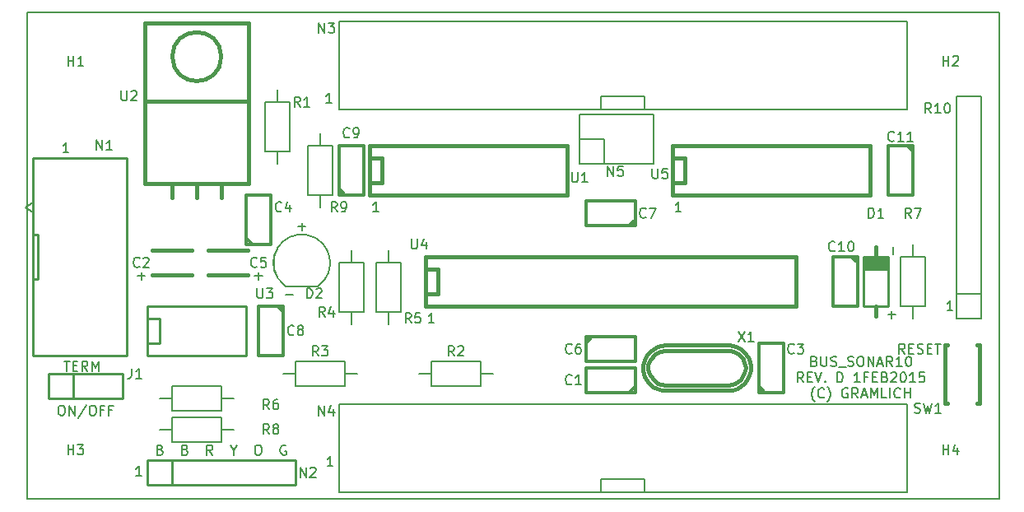
<source format=gto>
%FSLAX36Y36*%
G04 Gerber Fmt 3.6, Leading zero omitted, Abs format (unit inch)*
G04 Created by KiCad (PCBNEW (2014-jul-16 BZR unknown)-product) date Mon 02 Feb 2015 04:42:00 PM PST*
%MOIN*%
G01*
G04 APERTURE LIST*
%ADD10C,0.003937*%
%ADD11C,0.008000*%
%ADD12C,0.012000*%
%ADD13C,0.015000*%
%ADD14C,0.010000*%
%ADD15C,0.005906*%
G04 APERTURE END LIST*
D10*
D11*
X5586429Y-5193095D02*
X5563571Y-5193095D01*
X5575000Y-5193095D02*
X5575000Y-5153095D01*
X5571191Y-5158810D01*
X5567381Y-5162619D01*
X5563571Y-5164524D01*
X5361429Y-4743095D02*
X5338571Y-4743095D01*
X5350000Y-4743095D02*
X5350000Y-4703095D01*
X5346191Y-4708810D01*
X5342381Y-4712619D01*
X5338571Y-4714524D01*
X6586429Y-4743095D02*
X6563571Y-4743095D01*
X6575000Y-4743095D02*
X6575000Y-4703095D01*
X6571191Y-4708810D01*
X6567381Y-4712619D01*
X6563571Y-4714524D01*
X7686429Y-5143095D02*
X7663571Y-5143095D01*
X7675000Y-5143095D02*
X7675000Y-5103095D01*
X7671191Y-5108810D01*
X7667381Y-5112619D01*
X7663571Y-5114524D01*
X3937008Y-5905512D02*
X3937008Y-3937008D01*
X7874016Y-5905512D02*
X3937008Y-5905512D01*
X7874016Y-3937008D02*
X7874016Y-5905512D01*
X3937008Y-3937008D02*
X7874016Y-3937008D01*
X5171429Y-4303095D02*
X5148571Y-4303095D01*
X5160000Y-4303095D02*
X5160000Y-4263095D01*
X5156191Y-4268810D01*
X5152381Y-4272619D01*
X5148571Y-4274524D01*
X7491905Y-5318095D02*
X7478571Y-5299048D01*
X7469048Y-5318095D02*
X7469048Y-5278095D01*
X7484286Y-5278095D01*
X7488095Y-5280000D01*
X7490000Y-5281905D01*
X7491905Y-5285714D01*
X7491905Y-5291429D01*
X7490000Y-5295238D01*
X7488095Y-5297143D01*
X7484286Y-5299048D01*
X7469048Y-5299048D01*
X7509048Y-5297143D02*
X7522381Y-5297143D01*
X7528095Y-5318095D02*
X7509048Y-5318095D01*
X7509048Y-5278095D01*
X7528095Y-5278095D01*
X7543333Y-5316190D02*
X7549048Y-5318095D01*
X7558571Y-5318095D01*
X7562381Y-5316190D01*
X7564286Y-5314286D01*
X7566190Y-5310476D01*
X7566190Y-5306667D01*
X7564286Y-5302857D01*
X7562381Y-5300952D01*
X7558571Y-5299048D01*
X7550952Y-5297143D01*
X7547143Y-5295238D01*
X7545238Y-5293333D01*
X7543333Y-5289524D01*
X7543333Y-5285714D01*
X7545238Y-5281905D01*
X7547143Y-5280000D01*
X7550952Y-5278095D01*
X7560476Y-5278095D01*
X7566190Y-5280000D01*
X7583333Y-5297143D02*
X7596667Y-5297143D01*
X7602381Y-5318095D02*
X7583333Y-5318095D01*
X7583333Y-5278095D01*
X7602381Y-5278095D01*
X7613810Y-5278095D02*
X7636667Y-5278095D01*
X7625238Y-5318095D02*
X7625238Y-5278095D01*
X4087619Y-5348095D02*
X4110476Y-5348095D01*
X4099048Y-5388095D02*
X4099048Y-5348095D01*
X4123810Y-5367143D02*
X4137143Y-5367143D01*
X4142857Y-5388095D02*
X4123810Y-5388095D01*
X4123810Y-5348095D01*
X4142857Y-5348095D01*
X4182857Y-5388095D02*
X4169524Y-5369048D01*
X4160000Y-5388095D02*
X4160000Y-5348095D01*
X4175238Y-5348095D01*
X4179048Y-5350000D01*
X4180952Y-5351905D01*
X4182857Y-5355714D01*
X4182857Y-5361429D01*
X4180952Y-5365238D01*
X4179048Y-5367143D01*
X4175238Y-5369048D01*
X4160000Y-5369048D01*
X4200000Y-5388095D02*
X4200000Y-5348095D01*
X4213333Y-5376667D01*
X4226667Y-5348095D01*
X4226667Y-5388095D01*
X7126429Y-5348143D02*
X7132143Y-5350048D01*
X7134048Y-5351952D01*
X7135952Y-5355762D01*
X7135952Y-5361476D01*
X7134048Y-5365286D01*
X7132143Y-5367190D01*
X7128333Y-5369095D01*
X7113095Y-5369095D01*
X7113095Y-5329095D01*
X7126429Y-5329095D01*
X7130238Y-5331000D01*
X7132143Y-5332905D01*
X7134048Y-5336714D01*
X7134048Y-5340524D01*
X7132143Y-5344333D01*
X7130238Y-5346238D01*
X7126429Y-5348143D01*
X7113095Y-5348143D01*
X7153095Y-5329095D02*
X7153095Y-5361476D01*
X7155000Y-5365286D01*
X7156905Y-5367190D01*
X7160714Y-5369095D01*
X7168333Y-5369095D01*
X7172143Y-5367190D01*
X7174048Y-5365286D01*
X7175952Y-5361476D01*
X7175952Y-5329095D01*
X7193095Y-5367190D02*
X7198810Y-5369095D01*
X7208333Y-5369095D01*
X7212143Y-5367190D01*
X7214048Y-5365286D01*
X7215952Y-5361476D01*
X7215952Y-5357667D01*
X7214048Y-5353857D01*
X7212143Y-5351952D01*
X7208333Y-5350048D01*
X7200714Y-5348143D01*
X7196905Y-5346238D01*
X7195000Y-5344333D01*
X7193095Y-5340524D01*
X7193095Y-5336714D01*
X7195000Y-5332905D01*
X7196905Y-5331000D01*
X7200714Y-5329095D01*
X7210238Y-5329095D01*
X7215952Y-5331000D01*
X7223571Y-5372905D02*
X7254048Y-5372905D01*
X7261667Y-5367190D02*
X7267381Y-5369095D01*
X7276905Y-5369095D01*
X7280714Y-5367190D01*
X7282619Y-5365286D01*
X7284524Y-5361476D01*
X7284524Y-5357667D01*
X7282619Y-5353857D01*
X7280714Y-5351952D01*
X7276905Y-5350048D01*
X7269286Y-5348143D01*
X7265476Y-5346238D01*
X7263571Y-5344333D01*
X7261667Y-5340524D01*
X7261667Y-5336714D01*
X7263571Y-5332905D01*
X7265476Y-5331000D01*
X7269286Y-5329095D01*
X7278810Y-5329095D01*
X7284524Y-5331000D01*
X7309286Y-5329095D02*
X7316905Y-5329095D01*
X7320714Y-5331000D01*
X7324524Y-5334810D01*
X7326429Y-5342429D01*
X7326429Y-5355762D01*
X7324524Y-5363381D01*
X7320714Y-5367190D01*
X7316905Y-5369095D01*
X7309286Y-5369095D01*
X7305476Y-5367190D01*
X7301667Y-5363381D01*
X7299762Y-5355762D01*
X7299762Y-5342429D01*
X7301667Y-5334810D01*
X7305476Y-5331000D01*
X7309286Y-5329095D01*
X7343571Y-5369095D02*
X7343571Y-5329095D01*
X7366429Y-5369095D01*
X7366429Y-5329095D01*
X7383571Y-5357667D02*
X7402619Y-5357667D01*
X7379762Y-5369095D02*
X7393095Y-5329095D01*
X7406429Y-5369095D01*
X7442619Y-5369095D02*
X7429286Y-5350048D01*
X7419762Y-5369095D02*
X7419762Y-5329095D01*
X7435000Y-5329095D01*
X7438810Y-5331000D01*
X7440714Y-5332905D01*
X7442619Y-5336714D01*
X7442619Y-5342429D01*
X7440714Y-5346238D01*
X7438810Y-5348143D01*
X7435000Y-5350048D01*
X7419762Y-5350048D01*
X7480714Y-5369095D02*
X7457857Y-5369095D01*
X7469286Y-5369095D02*
X7469286Y-5329095D01*
X7465476Y-5334810D01*
X7461667Y-5338619D01*
X7457857Y-5340524D01*
X7505476Y-5329095D02*
X7509286Y-5329095D01*
X7513095Y-5331000D01*
X7515000Y-5332905D01*
X7516905Y-5336714D01*
X7518810Y-5344333D01*
X7518810Y-5353857D01*
X7516905Y-5361476D01*
X7515000Y-5365286D01*
X7513095Y-5367190D01*
X7509286Y-5369095D01*
X7505476Y-5369095D01*
X7501667Y-5367190D01*
X7499762Y-5365286D01*
X7497857Y-5361476D01*
X7495952Y-5353857D01*
X7495952Y-5344333D01*
X7497857Y-5336714D01*
X7499762Y-5332905D01*
X7501667Y-5331000D01*
X7505476Y-5329095D01*
X7081667Y-5433095D02*
X7068333Y-5414048D01*
X7058810Y-5433095D02*
X7058810Y-5393095D01*
X7074048Y-5393095D01*
X7077857Y-5395000D01*
X7079762Y-5396905D01*
X7081667Y-5400714D01*
X7081667Y-5406429D01*
X7079762Y-5410238D01*
X7077857Y-5412143D01*
X7074048Y-5414048D01*
X7058810Y-5414048D01*
X7098810Y-5412143D02*
X7112143Y-5412143D01*
X7117857Y-5433095D02*
X7098810Y-5433095D01*
X7098810Y-5393095D01*
X7117857Y-5393095D01*
X7129286Y-5393095D02*
X7142619Y-5433095D01*
X7155952Y-5393095D01*
X7169286Y-5429286D02*
X7171191Y-5431190D01*
X7169286Y-5433095D01*
X7167381Y-5431190D01*
X7169286Y-5429286D01*
X7169286Y-5433095D01*
X7218810Y-5433095D02*
X7218810Y-5393095D01*
X7228333Y-5393095D01*
X7234048Y-5395000D01*
X7237857Y-5398810D01*
X7239762Y-5402619D01*
X7241667Y-5410238D01*
X7241667Y-5415952D01*
X7239762Y-5423571D01*
X7237857Y-5427381D01*
X7234048Y-5431190D01*
X7228333Y-5433095D01*
X7218810Y-5433095D01*
X7310238Y-5433095D02*
X7287381Y-5433095D01*
X7298810Y-5433095D02*
X7298810Y-5393095D01*
X7295000Y-5398810D01*
X7291191Y-5402619D01*
X7287381Y-5404524D01*
X7340714Y-5412143D02*
X7327381Y-5412143D01*
X7327381Y-5433095D02*
X7327381Y-5393095D01*
X7346429Y-5393095D01*
X7361667Y-5412143D02*
X7375000Y-5412143D01*
X7380714Y-5433095D02*
X7361667Y-5433095D01*
X7361667Y-5393095D01*
X7380714Y-5393095D01*
X7411190Y-5412143D02*
X7416905Y-5414048D01*
X7418810Y-5415952D01*
X7420714Y-5419762D01*
X7420714Y-5425476D01*
X7418810Y-5429286D01*
X7416905Y-5431190D01*
X7413095Y-5433095D01*
X7397857Y-5433095D01*
X7397857Y-5393095D01*
X7411190Y-5393095D01*
X7415000Y-5395000D01*
X7416905Y-5396905D01*
X7418810Y-5400714D01*
X7418810Y-5404524D01*
X7416905Y-5408333D01*
X7415000Y-5410238D01*
X7411190Y-5412143D01*
X7397857Y-5412143D01*
X7435952Y-5396905D02*
X7437857Y-5395000D01*
X7441667Y-5393095D01*
X7451190Y-5393095D01*
X7455000Y-5395000D01*
X7456905Y-5396905D01*
X7458810Y-5400714D01*
X7458810Y-5404524D01*
X7456905Y-5410238D01*
X7434048Y-5433095D01*
X7458810Y-5433095D01*
X7483571Y-5393095D02*
X7487381Y-5393095D01*
X7491190Y-5395000D01*
X7493095Y-5396905D01*
X7495000Y-5400714D01*
X7496905Y-5408333D01*
X7496905Y-5417857D01*
X7495000Y-5425476D01*
X7493095Y-5429286D01*
X7491190Y-5431190D01*
X7487381Y-5433095D01*
X7483571Y-5433095D01*
X7479762Y-5431190D01*
X7477857Y-5429286D01*
X7475952Y-5425476D01*
X7474048Y-5417857D01*
X7474048Y-5408333D01*
X7475952Y-5400714D01*
X7477857Y-5396905D01*
X7479762Y-5395000D01*
X7483571Y-5393095D01*
X7535000Y-5433095D02*
X7512143Y-5433095D01*
X7523571Y-5433095D02*
X7523571Y-5393095D01*
X7519762Y-5398810D01*
X7515952Y-5402619D01*
X7512143Y-5404524D01*
X7571190Y-5393095D02*
X7552143Y-5393095D01*
X7550238Y-5412143D01*
X7552143Y-5410238D01*
X7555952Y-5408333D01*
X7565476Y-5408333D01*
X7569286Y-5410238D01*
X7571190Y-5412143D01*
X7573095Y-5415952D01*
X7573095Y-5425476D01*
X7571190Y-5429286D01*
X7569286Y-5431190D01*
X7565476Y-5433095D01*
X7555952Y-5433095D01*
X7552143Y-5431190D01*
X7550238Y-5429286D01*
X7127381Y-5512333D02*
X7125476Y-5510429D01*
X7121667Y-5504714D01*
X7119762Y-5500905D01*
X7117857Y-5495190D01*
X7115952Y-5485667D01*
X7115952Y-5478048D01*
X7117857Y-5468524D01*
X7119762Y-5462810D01*
X7121667Y-5459000D01*
X7125476Y-5453286D01*
X7127381Y-5451381D01*
X7165476Y-5493286D02*
X7163571Y-5495190D01*
X7157857Y-5497095D01*
X7154048Y-5497095D01*
X7148333Y-5495190D01*
X7144524Y-5491381D01*
X7142619Y-5487571D01*
X7140714Y-5479952D01*
X7140714Y-5474238D01*
X7142619Y-5466619D01*
X7144524Y-5462810D01*
X7148333Y-5459000D01*
X7154048Y-5457095D01*
X7157857Y-5457095D01*
X7163571Y-5459000D01*
X7165476Y-5460905D01*
X7178810Y-5512333D02*
X7180714Y-5510429D01*
X7184524Y-5504714D01*
X7186429Y-5500905D01*
X7188333Y-5495190D01*
X7190238Y-5485667D01*
X7190238Y-5478048D01*
X7188333Y-5468524D01*
X7186429Y-5462810D01*
X7184524Y-5459000D01*
X7180714Y-5453286D01*
X7178810Y-5451381D01*
X7260714Y-5459000D02*
X7256905Y-5457095D01*
X7251190Y-5457095D01*
X7245476Y-5459000D01*
X7241667Y-5462810D01*
X7239762Y-5466619D01*
X7237857Y-5474238D01*
X7237857Y-5479952D01*
X7239762Y-5487571D01*
X7241667Y-5491381D01*
X7245476Y-5495190D01*
X7251190Y-5497095D01*
X7255000Y-5497095D01*
X7260714Y-5495190D01*
X7262619Y-5493286D01*
X7262619Y-5479952D01*
X7255000Y-5479952D01*
X7302619Y-5497095D02*
X7289286Y-5478048D01*
X7279762Y-5497095D02*
X7279762Y-5457095D01*
X7295000Y-5457095D01*
X7298809Y-5459000D01*
X7300714Y-5460905D01*
X7302619Y-5464714D01*
X7302619Y-5470429D01*
X7300714Y-5474238D01*
X7298809Y-5476143D01*
X7295000Y-5478048D01*
X7279762Y-5478048D01*
X7317857Y-5485667D02*
X7336905Y-5485667D01*
X7314048Y-5497095D02*
X7327381Y-5457095D01*
X7340714Y-5497095D01*
X7354048Y-5497095D02*
X7354048Y-5457095D01*
X7367381Y-5485667D01*
X7380714Y-5457095D01*
X7380714Y-5497095D01*
X7418809Y-5497095D02*
X7399762Y-5497095D01*
X7399762Y-5457095D01*
X7432143Y-5497095D02*
X7432143Y-5457095D01*
X7474048Y-5493286D02*
X7472143Y-5495190D01*
X7466429Y-5497095D01*
X7462619Y-5497095D01*
X7456905Y-5495190D01*
X7453095Y-5491381D01*
X7451190Y-5487571D01*
X7449286Y-5479952D01*
X7449286Y-5474238D01*
X7451190Y-5466619D01*
X7453095Y-5462810D01*
X7456905Y-5459000D01*
X7462619Y-5457095D01*
X7466429Y-5457095D01*
X7472143Y-5459000D01*
X7474048Y-5460905D01*
X7491190Y-5497095D02*
X7491190Y-5457095D01*
X7491190Y-5476143D02*
X7514048Y-5476143D01*
X7514048Y-5497095D02*
X7514048Y-5457095D01*
X4106429Y-4503095D02*
X4083571Y-4503095D01*
X4095000Y-4503095D02*
X4095000Y-4463095D01*
X4091191Y-4468810D01*
X4087381Y-4472619D01*
X4083571Y-4474524D01*
X5176429Y-5773095D02*
X5153571Y-5773095D01*
X5165000Y-5773095D02*
X5165000Y-5733095D01*
X5161191Y-5738810D01*
X5157381Y-5742619D01*
X5153571Y-5744524D01*
X4074048Y-5528095D02*
X4081667Y-5528095D01*
X4085476Y-5530000D01*
X4089286Y-5533810D01*
X4091190Y-5541429D01*
X4091190Y-5554762D01*
X4089286Y-5562381D01*
X4085476Y-5566190D01*
X4081667Y-5568095D01*
X4074048Y-5568095D01*
X4070238Y-5566190D01*
X4066429Y-5562381D01*
X4064524Y-5554762D01*
X4064524Y-5541429D01*
X4066429Y-5533810D01*
X4070238Y-5530000D01*
X4074048Y-5528095D01*
X4108333Y-5568095D02*
X4108333Y-5528095D01*
X4131190Y-5568095D01*
X4131190Y-5528095D01*
X4178810Y-5526190D02*
X4144524Y-5577619D01*
X4199762Y-5528095D02*
X4207381Y-5528095D01*
X4211190Y-5530000D01*
X4215000Y-5533810D01*
X4216905Y-5541429D01*
X4216905Y-5554762D01*
X4215000Y-5562381D01*
X4211190Y-5566190D01*
X4207381Y-5568095D01*
X4199762Y-5568095D01*
X4195952Y-5566190D01*
X4192143Y-5562381D01*
X4190238Y-5554762D01*
X4190238Y-5541429D01*
X4192143Y-5533810D01*
X4195952Y-5530000D01*
X4199762Y-5528095D01*
X4247381Y-5547143D02*
X4234048Y-5547143D01*
X4234048Y-5568095D02*
X4234048Y-5528095D01*
X4253095Y-5528095D01*
X4281667Y-5547143D02*
X4268333Y-5547143D01*
X4268333Y-5568095D02*
X4268333Y-5528095D01*
X4287381Y-5528095D01*
X4401429Y-5813095D02*
X4378571Y-5813095D01*
X4390000Y-5813095D02*
X4390000Y-5773095D01*
X4386191Y-5778810D01*
X4382381Y-5782619D01*
X4378571Y-5784524D01*
X4477381Y-5707143D02*
X4483095Y-5709048D01*
X4485000Y-5710952D01*
X4486905Y-5714762D01*
X4486905Y-5720476D01*
X4485000Y-5724286D01*
X4483095Y-5726190D01*
X4479286Y-5728095D01*
X4464048Y-5728095D01*
X4464048Y-5688095D01*
X4477381Y-5688095D01*
X4481191Y-5690000D01*
X4483095Y-5691905D01*
X4485000Y-5695714D01*
X4485000Y-5699524D01*
X4483095Y-5703333D01*
X4481191Y-5705238D01*
X4477381Y-5707143D01*
X4464048Y-5707143D01*
X4578333Y-5707143D02*
X4584048Y-5709048D01*
X4585952Y-5710952D01*
X4587857Y-5714762D01*
X4587857Y-5720476D01*
X4585952Y-5724286D01*
X4584048Y-5726190D01*
X4580238Y-5728095D01*
X4565000Y-5728095D01*
X4565000Y-5688095D01*
X4578333Y-5688095D01*
X4582143Y-5690000D01*
X4584048Y-5691905D01*
X4585952Y-5695714D01*
X4585952Y-5699524D01*
X4584048Y-5703333D01*
X4582143Y-5705238D01*
X4578333Y-5707143D01*
X4565000Y-5707143D01*
X4688810Y-5728095D02*
X4675476Y-5709048D01*
X4665952Y-5728095D02*
X4665952Y-5688095D01*
X4681190Y-5688095D01*
X4685000Y-5690000D01*
X4686905Y-5691905D01*
X4688810Y-5695714D01*
X4688810Y-5701429D01*
X4686905Y-5705238D01*
X4685000Y-5707143D01*
X4681190Y-5709048D01*
X4665952Y-5709048D01*
X4774524Y-5709048D02*
X4774524Y-5728095D01*
X4761190Y-5688095D02*
X4774524Y-5709048D01*
X4787857Y-5688095D01*
X4869762Y-5688095D02*
X4877381Y-5688095D01*
X4881190Y-5690000D01*
X4885000Y-5693810D01*
X4886905Y-5701429D01*
X4886905Y-5714762D01*
X4885000Y-5722381D01*
X4881190Y-5726190D01*
X4877381Y-5728095D01*
X4869762Y-5728095D01*
X4865952Y-5726190D01*
X4862143Y-5722381D01*
X4860238Y-5714762D01*
X4860238Y-5701429D01*
X4862143Y-5693810D01*
X4865952Y-5690000D01*
X4869762Y-5688095D01*
X4985952Y-5690000D02*
X4982143Y-5688095D01*
X4976429Y-5688095D01*
X4970714Y-5690000D01*
X4966905Y-5693810D01*
X4965000Y-5697619D01*
X4963095Y-5705238D01*
X4963095Y-5710952D01*
X4965000Y-5718571D01*
X4966905Y-5722381D01*
X4970714Y-5726190D01*
X4976429Y-5728095D01*
X4980238Y-5728095D01*
X4985952Y-5726190D01*
X4987857Y-5724286D01*
X4987857Y-5710952D01*
X4980238Y-5710952D01*
X4890238Y-5002857D02*
X4859762Y-5002857D01*
X4875000Y-5018095D02*
X4875000Y-4987619D01*
X4415238Y-5002857D02*
X4384762Y-5002857D01*
X4400000Y-5018095D02*
X4400000Y-4987619D01*
D12*
X6398000Y-5475000D02*
X6200000Y-5475000D01*
X6200000Y-5475000D02*
X6200000Y-5375000D01*
X6200000Y-5375000D02*
X6400000Y-5375000D01*
X6400000Y-5375000D02*
X6400000Y-5475000D01*
X6400000Y-5450000D02*
X6375000Y-5475000D01*
D13*
X4605000Y-4900000D02*
X4445000Y-4900000D01*
X4445000Y-5000000D02*
X4605000Y-5000000D01*
D12*
X6900000Y-5473000D02*
X6900000Y-5275000D01*
X6900000Y-5275000D02*
X7000000Y-5275000D01*
X7000000Y-5275000D02*
X7000000Y-5475000D01*
X7000000Y-5475000D02*
X6900000Y-5475000D01*
X6925000Y-5475000D02*
X6900000Y-5450000D01*
X4825000Y-4873000D02*
X4825000Y-4675000D01*
X4825000Y-4675000D02*
X4925000Y-4675000D01*
X4925000Y-4675000D02*
X4925000Y-4875000D01*
X4925000Y-4875000D02*
X4825000Y-4875000D01*
X4850000Y-4875000D02*
X4825000Y-4850000D01*
D13*
X4670000Y-5000000D02*
X4830000Y-5000000D01*
X4830000Y-4900000D02*
X4670000Y-4900000D01*
D12*
X6202000Y-5250000D02*
X6400000Y-5250000D01*
X6400000Y-5250000D02*
X6400000Y-5350000D01*
X6400000Y-5350000D02*
X6200000Y-5350000D01*
X6200000Y-5350000D02*
X6200000Y-5250000D01*
X6200000Y-5275000D02*
X6225000Y-5250000D01*
X6398000Y-4800000D02*
X6200000Y-4800000D01*
X6200000Y-4800000D02*
X6200000Y-4700000D01*
X6200000Y-4700000D02*
X6400000Y-4700000D01*
X6400000Y-4700000D02*
X6400000Y-4800000D01*
X6400000Y-4775000D02*
X6375000Y-4800000D01*
X4975000Y-5127000D02*
X4975000Y-5325000D01*
X4975000Y-5325000D02*
X4875000Y-5325000D01*
X4875000Y-5325000D02*
X4875000Y-5125000D01*
X4875000Y-5125000D02*
X4975000Y-5125000D01*
X4950000Y-5125000D02*
X4975000Y-5150000D01*
X5200000Y-4673000D02*
X5200000Y-4475000D01*
X5200000Y-4475000D02*
X5300000Y-4475000D01*
X5300000Y-4475000D02*
X5300000Y-4675000D01*
X5300000Y-4675000D02*
X5200000Y-4675000D01*
X5225000Y-4675000D02*
X5200000Y-4650000D01*
X7300000Y-4927000D02*
X7300000Y-5125000D01*
X7300000Y-5125000D02*
X7200000Y-5125000D01*
X7200000Y-5125000D02*
X7200000Y-4925000D01*
X7200000Y-4925000D02*
X7300000Y-4925000D01*
X7275000Y-4925000D02*
X7300000Y-4950000D01*
X7525000Y-4477000D02*
X7525000Y-4675000D01*
X7525000Y-4675000D02*
X7425000Y-4675000D01*
X7425000Y-4675000D02*
X7425000Y-4475000D01*
X7425000Y-4475000D02*
X7525000Y-4475000D01*
X7500000Y-4475000D02*
X7525000Y-4500000D01*
D13*
X7375000Y-5125000D02*
X7375000Y-5165000D01*
X7375000Y-4935000D02*
X7375000Y-4885000D01*
D14*
X7325000Y-4945000D02*
X7425000Y-4945000D01*
X7325000Y-4955000D02*
X7425000Y-4955000D01*
X7325000Y-4965000D02*
X7425000Y-4965000D01*
X7325000Y-4935000D02*
X7425000Y-4935000D01*
X7325000Y-4975000D02*
X7425000Y-4925000D01*
X7325000Y-4925000D02*
X7425000Y-4975000D01*
X7325000Y-4975000D02*
X7425000Y-4975000D01*
X7325000Y-4950000D02*
X7425000Y-4950000D01*
X7425000Y-4925000D02*
X7325000Y-4925000D01*
X7325000Y-4925000D02*
X7325000Y-5125000D01*
X7325000Y-5125000D02*
X7425000Y-5125000D01*
X7425000Y-5125000D02*
X7425000Y-4925000D01*
X4125000Y-5500000D02*
X4325000Y-5500000D01*
X4325000Y-5500000D02*
X4325000Y-5400000D01*
X4325000Y-5400000D02*
X4125000Y-5400000D01*
X4025000Y-5400000D02*
X4125000Y-5400000D01*
X4125000Y-5400000D02*
X4125000Y-5500000D01*
X4025000Y-5400000D02*
X4025000Y-5500000D01*
X4025000Y-5500000D02*
X4125000Y-5500000D01*
D15*
X3930000Y-4725000D02*
X3960000Y-4705000D01*
X3930000Y-4725000D02*
X3960000Y-4745000D01*
D14*
X3960000Y-5015000D02*
X3980000Y-5015000D01*
X3980000Y-5015000D02*
X3980000Y-4835000D01*
X3980000Y-4835000D02*
X3960000Y-4835000D01*
X4340000Y-4525000D02*
X4340000Y-5325000D01*
X4340000Y-5325000D02*
X3960000Y-5325000D01*
X3960000Y-5325000D02*
X3960000Y-4525000D01*
X3960000Y-4525000D02*
X4340000Y-4525000D01*
X4525000Y-5750000D02*
X5025000Y-5750000D01*
X5025000Y-5750000D02*
X5025000Y-5850000D01*
X5025000Y-5850000D02*
X4525000Y-5850000D01*
X4425000Y-5750000D02*
X4525000Y-5750000D01*
X4525000Y-5750000D02*
X4525000Y-5850000D01*
X4425000Y-5750000D02*
X4425000Y-5850000D01*
X4425000Y-5850000D02*
X4525000Y-5850000D01*
D15*
X6261500Y-4329000D02*
X6261500Y-4276000D01*
X6261500Y-4276000D02*
X6438500Y-4276000D01*
X6438500Y-4276000D02*
X6438500Y-4329000D01*
X5200000Y-3971000D02*
X7500000Y-3971000D01*
X7500000Y-3971000D02*
X7500000Y-4329000D01*
X7500000Y-4329000D02*
X5200000Y-4329000D01*
X5200000Y-4329000D02*
X5200000Y-3971000D01*
X6261500Y-5879000D02*
X6261500Y-5826000D01*
X6261500Y-5826000D02*
X6438500Y-5826000D01*
X6438500Y-5826000D02*
X6438500Y-5879000D01*
X5200000Y-5521000D02*
X7500000Y-5521000D01*
X7500000Y-5521000D02*
X7500000Y-5879000D01*
X7500000Y-5879000D02*
X5200000Y-5879000D01*
X5200000Y-5879000D02*
X5200000Y-5521000D01*
X4950000Y-4500000D02*
X4950000Y-4550000D01*
X4950000Y-4300000D02*
X4950000Y-4250000D01*
X5000000Y-4300000D02*
X4900000Y-4300000D01*
X4900000Y-4300000D02*
X4900000Y-4500000D01*
X4900000Y-4500000D02*
X5000000Y-4500000D01*
X5000000Y-4500000D02*
X5000000Y-4300000D01*
X5775000Y-5400000D02*
X5825000Y-5400000D01*
X5575000Y-5400000D02*
X5525000Y-5400000D01*
X5575000Y-5350000D02*
X5575000Y-5450000D01*
X5575000Y-5450000D02*
X5775000Y-5450000D01*
X5775000Y-5450000D02*
X5775000Y-5350000D01*
X5775000Y-5350000D02*
X5575000Y-5350000D01*
X5225000Y-5400000D02*
X5275000Y-5400000D01*
X5025000Y-5400000D02*
X4975000Y-5400000D01*
X5025000Y-5350000D02*
X5025000Y-5450000D01*
X5025000Y-5450000D02*
X5225000Y-5450000D01*
X5225000Y-5450000D02*
X5225000Y-5350000D01*
X5225000Y-5350000D02*
X5025000Y-5350000D01*
X5250000Y-5150000D02*
X5250000Y-5200000D01*
X5250000Y-4950000D02*
X5250000Y-4900000D01*
X5300000Y-4950000D02*
X5200000Y-4950000D01*
X5200000Y-4950000D02*
X5200000Y-5150000D01*
X5200000Y-5150000D02*
X5300000Y-5150000D01*
X5300000Y-5150000D02*
X5300000Y-4950000D01*
X5400000Y-5150000D02*
X5400000Y-5200000D01*
X5400000Y-4950000D02*
X5400000Y-4900000D01*
X5450000Y-4950000D02*
X5350000Y-4950000D01*
X5350000Y-4950000D02*
X5350000Y-5150000D01*
X5350000Y-5150000D02*
X5450000Y-5150000D01*
X5450000Y-5150000D02*
X5450000Y-4950000D01*
X4525000Y-5500000D02*
X4475000Y-5500000D01*
X4725000Y-5500000D02*
X4775000Y-5500000D01*
X4725000Y-5550000D02*
X4725000Y-5450000D01*
X4725000Y-5450000D02*
X4525000Y-5450000D01*
X4525000Y-5450000D02*
X4525000Y-5550000D01*
X4525000Y-5550000D02*
X4725000Y-5550000D01*
X7525000Y-4925000D02*
X7525000Y-4875000D01*
X7525000Y-5125000D02*
X7525000Y-5175000D01*
X7475000Y-5125000D02*
X7575000Y-5125000D01*
X7575000Y-5125000D02*
X7575000Y-4925000D01*
X7575000Y-4925000D02*
X7475000Y-4925000D01*
X7475000Y-4925000D02*
X7475000Y-5125000D01*
D13*
X7656100Y-5518100D02*
X7665900Y-5518100D01*
X7656100Y-5281900D02*
X7665900Y-5281900D01*
X7793900Y-5518100D02*
X7784100Y-5518100D01*
X7793900Y-5281900D02*
X7784100Y-5281900D01*
X7656100Y-5281900D02*
X7656100Y-5518100D01*
X7793900Y-5281900D02*
X7793900Y-5518100D01*
X5325000Y-4475000D02*
X6125000Y-4475000D01*
X6125000Y-4675000D02*
X5325000Y-4675000D01*
X5325000Y-4675000D02*
X5325000Y-4475000D01*
X5325000Y-4525000D02*
X5375000Y-4525000D01*
X5375000Y-4525000D02*
X5375000Y-4625000D01*
X5375000Y-4625000D02*
X5325000Y-4625000D01*
X6125000Y-4475000D02*
X6125000Y-4675000D01*
X4525000Y-4630000D02*
X4525000Y-4685000D01*
X4625000Y-4630000D02*
X4625000Y-4685000D01*
X4725000Y-4630000D02*
X4725000Y-4685000D01*
X4723995Y-4115000D02*
G75*
G03X4723995Y-4115000I-98995J0D01*
G74*
G01*
X4835000Y-4295000D02*
X4835000Y-3980000D01*
X4835000Y-3980000D02*
X4415000Y-3980000D01*
X4415000Y-3980000D02*
X4415000Y-4295000D01*
X4835000Y-4630000D02*
X4835000Y-4295000D01*
X4835000Y-4295000D02*
X4415000Y-4295000D01*
X4415000Y-4295000D02*
X4415000Y-4630000D01*
X4625000Y-4630000D02*
X4415000Y-4630000D01*
X4625000Y-4630000D02*
X4835000Y-4630000D01*
D14*
X4425000Y-5175000D02*
X4475000Y-5175000D01*
X4475000Y-5175000D02*
X4475000Y-5275000D01*
X4475000Y-5275000D02*
X4425000Y-5275000D01*
X4425000Y-5125000D02*
X4825000Y-5125000D01*
X4825000Y-5125000D02*
X4825000Y-5325000D01*
X4825000Y-5325000D02*
X4425000Y-5325000D01*
X4425000Y-5325000D02*
X4425000Y-5125000D01*
D13*
X5550000Y-4925000D02*
X7050000Y-4925000D01*
X7050000Y-4925000D02*
X7050000Y-5125000D01*
X7050000Y-5125000D02*
X5550000Y-5125000D01*
X5550000Y-5125000D02*
X5550000Y-4925000D01*
X5550000Y-4975000D02*
X5600000Y-4975000D01*
X5600000Y-4975000D02*
X5600000Y-5075000D01*
X5600000Y-5075000D02*
X5550000Y-5075000D01*
X6550000Y-4475000D02*
X7350000Y-4475000D01*
X7350000Y-4675000D02*
X6550000Y-4675000D01*
X6550000Y-4675000D02*
X6550000Y-4475000D01*
X6550000Y-4525000D02*
X6600000Y-4525000D01*
X6600000Y-4525000D02*
X6600000Y-4625000D01*
X6600000Y-4625000D02*
X6550000Y-4625000D01*
X7350000Y-4475000D02*
X7350000Y-4675000D01*
X6835000Y-5335600D02*
X6842900Y-5351400D01*
X6842900Y-5351400D02*
X6846900Y-5375000D01*
X6846900Y-5375000D02*
X6842900Y-5394700D01*
X6842900Y-5394700D02*
X6827200Y-5422200D01*
X6827200Y-5422200D02*
X6803500Y-5438000D01*
X6803500Y-5438000D02*
X6779900Y-5445900D01*
X6779900Y-5445900D02*
X6520100Y-5445900D01*
X6520100Y-5445900D02*
X6492500Y-5438000D01*
X6492500Y-5438000D02*
X6476800Y-5426200D01*
X6476800Y-5426200D02*
X6461000Y-5406500D01*
X6461000Y-5406500D02*
X6453100Y-5382900D01*
X6453100Y-5382900D02*
X6453100Y-5363200D01*
X6453100Y-5363200D02*
X6461000Y-5343500D01*
X6461000Y-5343500D02*
X6480700Y-5319900D01*
X6480700Y-5319900D02*
X6500400Y-5308100D01*
X6500400Y-5308100D02*
X6520100Y-5304100D01*
X6524000Y-5304100D02*
X6783900Y-5304100D01*
X6783900Y-5304100D02*
X6799600Y-5308100D01*
X6799600Y-5308100D02*
X6819300Y-5319900D01*
X6819300Y-5319900D02*
X6839000Y-5339600D01*
X6524400Y-5283300D02*
X6506300Y-5285200D01*
X6506300Y-5285200D02*
X6490600Y-5289600D01*
X6490600Y-5289600D02*
X6473600Y-5298200D01*
X6473600Y-5298200D02*
X6462200Y-5307300D01*
X6462200Y-5307300D02*
X6449200Y-5321100D01*
X6449200Y-5321100D02*
X6437800Y-5342300D01*
X6437800Y-5342300D02*
X6432700Y-5365900D01*
X6432700Y-5365900D02*
X6432700Y-5386000D01*
X6432700Y-5386000D02*
X6439400Y-5413600D01*
X6439400Y-5413600D02*
X6455100Y-5436800D01*
X6455100Y-5436800D02*
X6473200Y-5451400D01*
X6473200Y-5451400D02*
X6489800Y-5459600D01*
X6489800Y-5459600D02*
X6507500Y-5465900D01*
X6507500Y-5465900D02*
X6524800Y-5467100D01*
X6813800Y-5458500D02*
X6828700Y-5449800D01*
X6828700Y-5449800D02*
X6841300Y-5438800D01*
X6841300Y-5438800D02*
X6851200Y-5425800D01*
X6851200Y-5425800D02*
X6863000Y-5404100D01*
X6863000Y-5404100D02*
X6867300Y-5385600D01*
X6867300Y-5385600D02*
X6868100Y-5367500D01*
X6868100Y-5367500D02*
X6864600Y-5349400D01*
X6864600Y-5349400D02*
X6857100Y-5331700D01*
X6857100Y-5331700D02*
X6842900Y-5313200D01*
X6842900Y-5313200D02*
X6829100Y-5300600D01*
X6829100Y-5300600D02*
X6813800Y-5291500D01*
X6813800Y-5291500D02*
X6796900Y-5286000D01*
X6796900Y-5286000D02*
X6779500Y-5283300D01*
X6524000Y-5466700D02*
X6778000Y-5466700D01*
X6778000Y-5466700D02*
X6794500Y-5465200D01*
X6794500Y-5465200D02*
X6813800Y-5458500D01*
X6524000Y-5283300D02*
X6778000Y-5283300D01*
D15*
X4525000Y-5625000D02*
X4475000Y-5625000D01*
X4725000Y-5625000D02*
X4775000Y-5625000D01*
X4725000Y-5675000D02*
X4725000Y-5575000D01*
X4725000Y-5575000D02*
X4525000Y-5575000D01*
X4525000Y-5575000D02*
X4525000Y-5675000D01*
X4525000Y-5675000D02*
X4725000Y-5675000D01*
X5125000Y-4675000D02*
X5125000Y-4725000D01*
X5125000Y-4475000D02*
X5125000Y-4425000D01*
X5175000Y-4475000D02*
X5075000Y-4475000D01*
X5075000Y-4475000D02*
X5075000Y-4675000D01*
X5075000Y-4675000D02*
X5175000Y-4675000D01*
X5175000Y-4675000D02*
X5175000Y-4475000D01*
X4955000Y-4885000D02*
G75*
G03X4985000Y-5045000I95000J-65000D01*
G74*
G01*
X4985000Y-5045000D02*
X5115000Y-5045000D01*
X5115000Y-5045000D02*
G75*
G03X4955000Y-5015000I-65000J95000D01*
G74*
G01*
X7700000Y-5075000D02*
X7700000Y-4275000D01*
X7700000Y-4275000D02*
X7800000Y-4275000D01*
X7800000Y-4275000D02*
X7800000Y-5075000D01*
X7700000Y-5175000D02*
X7700000Y-5075000D01*
X7700000Y-5075000D02*
X7800000Y-5075000D01*
X7700000Y-5175000D02*
X7800000Y-5175000D01*
X7800000Y-5175000D02*
X7800000Y-5075000D01*
X6175000Y-4450000D02*
X6275000Y-4450000D01*
X6275000Y-4450000D02*
X6275000Y-4550000D01*
X6175000Y-4550000D02*
X6475000Y-4550000D01*
X6475000Y-4550000D02*
X6475000Y-4350000D01*
X6475000Y-4350000D02*
X6275000Y-4350000D01*
X6175000Y-4550000D02*
X6175000Y-4450000D01*
X6175000Y-4350000D02*
X6175000Y-4450000D01*
X6275000Y-4350000D02*
X6175000Y-4350000D01*
D11*
X6143333Y-5439286D02*
X6141429Y-5441190D01*
X6135714Y-5443095D01*
X6131905Y-5443095D01*
X6126191Y-5441190D01*
X6122381Y-5437381D01*
X6120476Y-5433571D01*
X6118571Y-5425952D01*
X6118571Y-5420238D01*
X6120476Y-5412619D01*
X6122381Y-5408810D01*
X6126191Y-5405000D01*
X6131905Y-5403095D01*
X6135714Y-5403095D01*
X6141429Y-5405000D01*
X6143333Y-5406905D01*
X6181429Y-5443095D02*
X6158571Y-5443095D01*
X6170000Y-5443095D02*
X6170000Y-5403095D01*
X6166191Y-5408810D01*
X6162381Y-5412619D01*
X6158571Y-5414524D01*
X4393333Y-4964286D02*
X4391429Y-4966190D01*
X4385714Y-4968095D01*
X4381905Y-4968095D01*
X4376191Y-4966190D01*
X4372381Y-4962381D01*
X4370476Y-4958571D01*
X4368571Y-4950952D01*
X4368571Y-4945238D01*
X4370476Y-4937619D01*
X4372381Y-4933810D01*
X4376191Y-4930000D01*
X4381905Y-4928095D01*
X4385714Y-4928095D01*
X4391429Y-4930000D01*
X4393333Y-4931905D01*
X4408571Y-4931905D02*
X4410476Y-4930000D01*
X4414286Y-4928095D01*
X4423810Y-4928095D01*
X4427619Y-4930000D01*
X4429524Y-4931905D01*
X4431429Y-4935714D01*
X4431429Y-4939524D01*
X4429524Y-4945238D01*
X4406667Y-4968095D01*
X4431429Y-4968095D01*
X7043333Y-5314286D02*
X7041429Y-5316190D01*
X7035714Y-5318095D01*
X7031905Y-5318095D01*
X7026191Y-5316190D01*
X7022381Y-5312381D01*
X7020476Y-5308571D01*
X7018571Y-5300952D01*
X7018571Y-5295238D01*
X7020476Y-5287619D01*
X7022381Y-5283810D01*
X7026191Y-5280000D01*
X7031905Y-5278095D01*
X7035714Y-5278095D01*
X7041429Y-5280000D01*
X7043333Y-5281905D01*
X7056667Y-5278095D02*
X7081429Y-5278095D01*
X7068095Y-5293333D01*
X7073810Y-5293333D01*
X7077619Y-5295238D01*
X7079524Y-5297143D01*
X7081429Y-5300952D01*
X7081429Y-5310476D01*
X7079524Y-5314286D01*
X7077619Y-5316190D01*
X7073810Y-5318095D01*
X7062381Y-5318095D01*
X7058571Y-5316190D01*
X7056667Y-5314286D01*
X4968333Y-4739286D02*
X4966429Y-4741190D01*
X4960714Y-4743095D01*
X4956905Y-4743095D01*
X4951191Y-4741190D01*
X4947381Y-4737381D01*
X4945476Y-4733571D01*
X4943571Y-4725952D01*
X4943571Y-4720238D01*
X4945476Y-4712619D01*
X4947381Y-4708810D01*
X4951191Y-4705000D01*
X4956905Y-4703095D01*
X4960714Y-4703095D01*
X4966429Y-4705000D01*
X4968333Y-4706905D01*
X5002619Y-4716429D02*
X5002619Y-4743095D01*
X4993095Y-4701190D02*
X4983571Y-4729762D01*
X5008333Y-4729762D01*
X4868333Y-4964286D02*
X4866429Y-4966190D01*
X4860714Y-4968095D01*
X4856905Y-4968095D01*
X4851191Y-4966190D01*
X4847381Y-4962381D01*
X4845476Y-4958571D01*
X4843571Y-4950952D01*
X4843571Y-4945238D01*
X4845476Y-4937619D01*
X4847381Y-4933810D01*
X4851191Y-4930000D01*
X4856905Y-4928095D01*
X4860714Y-4928095D01*
X4866429Y-4930000D01*
X4868333Y-4931905D01*
X4904524Y-4928095D02*
X4885476Y-4928095D01*
X4883571Y-4947143D01*
X4885476Y-4945238D01*
X4889286Y-4943333D01*
X4898810Y-4943333D01*
X4902619Y-4945238D01*
X4904524Y-4947143D01*
X4906429Y-4950952D01*
X4906429Y-4960476D01*
X4904524Y-4964286D01*
X4902619Y-4966190D01*
X4898810Y-4968095D01*
X4889286Y-4968095D01*
X4885476Y-4966190D01*
X4883571Y-4964286D01*
X6143333Y-5314286D02*
X6141429Y-5316190D01*
X6135714Y-5318095D01*
X6131905Y-5318095D01*
X6126191Y-5316190D01*
X6122381Y-5312381D01*
X6120476Y-5308571D01*
X6118571Y-5300952D01*
X6118571Y-5295238D01*
X6120476Y-5287619D01*
X6122381Y-5283810D01*
X6126191Y-5280000D01*
X6131905Y-5278095D01*
X6135714Y-5278095D01*
X6141429Y-5280000D01*
X6143333Y-5281905D01*
X6177619Y-5278095D02*
X6170000Y-5278095D01*
X6166191Y-5280000D01*
X6164286Y-5281905D01*
X6160476Y-5287619D01*
X6158571Y-5295238D01*
X6158571Y-5310476D01*
X6160476Y-5314286D01*
X6162381Y-5316190D01*
X6166191Y-5318095D01*
X6173810Y-5318095D01*
X6177619Y-5316190D01*
X6179524Y-5314286D01*
X6181429Y-5310476D01*
X6181429Y-5300952D01*
X6179524Y-5297143D01*
X6177619Y-5295238D01*
X6173810Y-5293333D01*
X6166191Y-5293333D01*
X6162381Y-5295238D01*
X6160476Y-5297143D01*
X6158571Y-5300952D01*
X6443333Y-4764286D02*
X6441429Y-4766190D01*
X6435714Y-4768095D01*
X6431905Y-4768095D01*
X6426191Y-4766190D01*
X6422381Y-4762381D01*
X6420476Y-4758571D01*
X6418571Y-4750952D01*
X6418571Y-4745238D01*
X6420476Y-4737619D01*
X6422381Y-4733810D01*
X6426191Y-4730000D01*
X6431905Y-4728095D01*
X6435714Y-4728095D01*
X6441429Y-4730000D01*
X6443333Y-4731905D01*
X6456667Y-4728095D02*
X6483333Y-4728095D01*
X6466191Y-4768095D01*
X5018333Y-5239286D02*
X5016429Y-5241190D01*
X5010714Y-5243095D01*
X5006905Y-5243095D01*
X5001191Y-5241190D01*
X4997381Y-5237381D01*
X4995476Y-5233571D01*
X4993571Y-5225952D01*
X4993571Y-5220238D01*
X4995476Y-5212619D01*
X4997381Y-5208810D01*
X5001191Y-5205000D01*
X5006905Y-5203095D01*
X5010714Y-5203095D01*
X5016429Y-5205000D01*
X5018333Y-5206905D01*
X5041191Y-5220238D02*
X5037381Y-5218333D01*
X5035476Y-5216429D01*
X5033571Y-5212619D01*
X5033571Y-5210714D01*
X5035476Y-5206905D01*
X5037381Y-5205000D01*
X5041191Y-5203095D01*
X5048810Y-5203095D01*
X5052619Y-5205000D01*
X5054524Y-5206905D01*
X5056429Y-5210714D01*
X5056429Y-5212619D01*
X5054524Y-5216429D01*
X5052619Y-5218333D01*
X5048810Y-5220238D01*
X5041191Y-5220238D01*
X5037381Y-5222143D01*
X5035476Y-5224048D01*
X5033571Y-5227857D01*
X5033571Y-5235476D01*
X5035476Y-5239286D01*
X5037381Y-5241190D01*
X5041191Y-5243095D01*
X5048810Y-5243095D01*
X5052619Y-5241190D01*
X5054524Y-5239286D01*
X5056429Y-5235476D01*
X5056429Y-5227857D01*
X5054524Y-5224048D01*
X5052619Y-5222143D01*
X5048810Y-5220238D01*
X5243333Y-4439286D02*
X5241429Y-4441190D01*
X5235714Y-4443095D01*
X5231905Y-4443095D01*
X5226191Y-4441190D01*
X5222381Y-4437381D01*
X5220476Y-4433571D01*
X5218571Y-4425952D01*
X5218571Y-4420238D01*
X5220476Y-4412619D01*
X5222381Y-4408810D01*
X5226191Y-4405000D01*
X5231905Y-4403095D01*
X5235714Y-4403095D01*
X5241429Y-4405000D01*
X5243333Y-4406905D01*
X5262381Y-4443095D02*
X5270000Y-4443095D01*
X5273810Y-4441190D01*
X5275714Y-4439286D01*
X5279524Y-4433571D01*
X5281429Y-4425952D01*
X5281429Y-4410714D01*
X5279524Y-4406905D01*
X5277619Y-4405000D01*
X5273810Y-4403095D01*
X5266191Y-4403095D01*
X5262381Y-4405000D01*
X5260476Y-4406905D01*
X5258571Y-4410714D01*
X5258571Y-4420238D01*
X5260476Y-4424048D01*
X5262381Y-4425952D01*
X5266191Y-4427857D01*
X5273810Y-4427857D01*
X5277619Y-4425952D01*
X5279524Y-4424048D01*
X5281429Y-4420238D01*
X7209286Y-4899286D02*
X7207381Y-4901190D01*
X7201667Y-4903095D01*
X7197857Y-4903095D01*
X7192143Y-4901190D01*
X7188333Y-4897381D01*
X7186429Y-4893571D01*
X7184524Y-4885952D01*
X7184524Y-4880238D01*
X7186429Y-4872619D01*
X7188333Y-4868810D01*
X7192143Y-4865000D01*
X7197857Y-4863095D01*
X7201667Y-4863095D01*
X7207381Y-4865000D01*
X7209286Y-4866905D01*
X7247381Y-4903095D02*
X7224524Y-4903095D01*
X7235952Y-4903095D02*
X7235952Y-4863095D01*
X7232143Y-4868810D01*
X7228333Y-4872619D01*
X7224524Y-4874524D01*
X7272143Y-4863095D02*
X7275952Y-4863095D01*
X7279762Y-4865000D01*
X7281667Y-4866905D01*
X7283571Y-4870714D01*
X7285476Y-4878333D01*
X7285476Y-4887857D01*
X7283571Y-4895476D01*
X7281667Y-4899286D01*
X7279762Y-4901190D01*
X7275952Y-4903095D01*
X7272143Y-4903095D01*
X7268333Y-4901190D01*
X7266429Y-4899286D01*
X7264524Y-4895476D01*
X7262619Y-4887857D01*
X7262619Y-4878333D01*
X7264524Y-4870714D01*
X7266429Y-4866905D01*
X7268333Y-4865000D01*
X7272143Y-4863095D01*
X7449286Y-4454286D02*
X7447381Y-4456190D01*
X7441667Y-4458095D01*
X7437857Y-4458095D01*
X7432143Y-4456190D01*
X7428333Y-4452381D01*
X7426429Y-4448571D01*
X7424524Y-4440952D01*
X7424524Y-4435238D01*
X7426429Y-4427619D01*
X7428333Y-4423810D01*
X7432143Y-4420000D01*
X7437857Y-4418095D01*
X7441667Y-4418095D01*
X7447381Y-4420000D01*
X7449286Y-4421905D01*
X7487381Y-4458095D02*
X7464524Y-4458095D01*
X7475952Y-4458095D02*
X7475952Y-4418095D01*
X7472143Y-4423810D01*
X7468333Y-4427619D01*
X7464524Y-4429524D01*
X7525476Y-4458095D02*
X7502619Y-4458095D01*
X7514048Y-4458095D02*
X7514048Y-4418095D01*
X7510238Y-4423810D01*
X7506429Y-4427619D01*
X7502619Y-4429524D01*
X7345476Y-4768095D02*
X7345476Y-4728095D01*
X7355000Y-4728095D01*
X7360714Y-4730000D01*
X7364524Y-4733810D01*
X7366429Y-4737619D01*
X7368333Y-4745238D01*
X7368333Y-4750952D01*
X7366429Y-4758571D01*
X7364524Y-4762381D01*
X7360714Y-4766190D01*
X7355000Y-4768095D01*
X7345476Y-4768095D01*
X7406429Y-4768095D02*
X7383571Y-4768095D01*
X7395000Y-4768095D02*
X7395000Y-4728095D01*
X7391191Y-4733810D01*
X7387381Y-4737619D01*
X7383571Y-4739524D01*
X7445180Y-4916616D02*
X7445180Y-4886140D01*
X7439274Y-5174884D02*
X7439274Y-5144408D01*
X7454513Y-5159646D02*
X7424036Y-5159646D01*
X4361667Y-5378095D02*
X4361667Y-5406667D01*
X4359762Y-5412381D01*
X4355952Y-5416190D01*
X4350238Y-5418095D01*
X4346429Y-5418095D01*
X4401667Y-5418095D02*
X4378810Y-5418095D01*
X4390238Y-5418095D02*
X4390238Y-5378095D01*
X4386429Y-5383810D01*
X4382619Y-5387619D01*
X4378810Y-5389524D01*
X4219524Y-4493095D02*
X4219524Y-4453095D01*
X4242381Y-4493095D01*
X4242381Y-4453095D01*
X4282381Y-4493095D02*
X4259524Y-4493095D01*
X4270952Y-4493095D02*
X4270952Y-4453095D01*
X4267143Y-4458810D01*
X4263333Y-4462619D01*
X4259524Y-4464524D01*
X5044524Y-5818095D02*
X5044524Y-5778095D01*
X5067381Y-5818095D01*
X5067381Y-5778095D01*
X5084524Y-5781905D02*
X5086429Y-5780000D01*
X5090238Y-5778095D01*
X5099762Y-5778095D01*
X5103571Y-5780000D01*
X5105476Y-5781905D01*
X5107381Y-5785714D01*
X5107381Y-5789524D01*
X5105476Y-5795238D01*
X5082619Y-5818095D01*
X5107381Y-5818095D01*
X5119524Y-4018095D02*
X5119524Y-3978095D01*
X5142381Y-4018095D01*
X5142381Y-3978095D01*
X5157619Y-3978095D02*
X5182381Y-3978095D01*
X5169048Y-3993333D01*
X5174762Y-3993333D01*
X5178571Y-3995238D01*
X5180476Y-3997143D01*
X5182381Y-4000952D01*
X5182381Y-4010476D01*
X5180476Y-4014286D01*
X5178571Y-4016190D01*
X5174762Y-4018095D01*
X5163333Y-4018095D01*
X5159524Y-4016190D01*
X5157619Y-4014286D01*
X5119524Y-5568095D02*
X5119524Y-5528095D01*
X5142381Y-5568095D01*
X5142381Y-5528095D01*
X5178571Y-5541429D02*
X5178571Y-5568095D01*
X5169048Y-5526190D02*
X5159524Y-5554762D01*
X5184286Y-5554762D01*
X5043333Y-4318095D02*
X5030000Y-4299048D01*
X5020476Y-4318095D02*
X5020476Y-4278095D01*
X5035714Y-4278095D01*
X5039524Y-4280000D01*
X5041429Y-4281905D01*
X5043333Y-4285714D01*
X5043333Y-4291429D01*
X5041429Y-4295238D01*
X5039524Y-4297143D01*
X5035714Y-4299048D01*
X5020476Y-4299048D01*
X5081429Y-4318095D02*
X5058571Y-4318095D01*
X5070000Y-4318095D02*
X5070000Y-4278095D01*
X5066191Y-4283810D01*
X5062381Y-4287619D01*
X5058571Y-4289524D01*
X5667152Y-5326363D02*
X5653819Y-5307315D01*
X5644295Y-5326363D02*
X5644295Y-5286363D01*
X5659533Y-5286363D01*
X5663343Y-5288268D01*
X5665247Y-5290172D01*
X5667152Y-5293982D01*
X5667152Y-5299696D01*
X5665247Y-5303506D01*
X5663343Y-5305411D01*
X5659533Y-5307315D01*
X5644295Y-5307315D01*
X5682390Y-5290172D02*
X5684295Y-5288268D01*
X5688105Y-5286363D01*
X5697628Y-5286363D01*
X5701438Y-5288268D01*
X5703343Y-5290172D01*
X5705247Y-5293982D01*
X5705247Y-5297792D01*
X5703343Y-5303506D01*
X5680486Y-5326363D01*
X5705247Y-5326363D01*
X5117152Y-5326363D02*
X5103819Y-5307315D01*
X5094295Y-5326363D02*
X5094295Y-5286363D01*
X5109533Y-5286363D01*
X5113343Y-5288268D01*
X5115247Y-5290172D01*
X5117152Y-5293982D01*
X5117152Y-5299696D01*
X5115247Y-5303506D01*
X5113343Y-5305411D01*
X5109533Y-5307315D01*
X5094295Y-5307315D01*
X5130486Y-5286363D02*
X5155247Y-5286363D01*
X5141914Y-5301601D01*
X5147628Y-5301601D01*
X5151438Y-5303506D01*
X5153343Y-5305411D01*
X5155247Y-5309220D01*
X5155247Y-5318744D01*
X5153343Y-5322553D01*
X5151438Y-5324458D01*
X5147628Y-5326363D01*
X5136200Y-5326363D01*
X5132390Y-5324458D01*
X5130486Y-5322553D01*
X5143333Y-5168095D02*
X5130000Y-5149048D01*
X5120476Y-5168095D02*
X5120476Y-5128095D01*
X5135714Y-5128095D01*
X5139524Y-5130000D01*
X5141429Y-5131905D01*
X5143333Y-5135714D01*
X5143333Y-5141429D01*
X5141429Y-5145238D01*
X5139524Y-5147143D01*
X5135714Y-5149048D01*
X5120476Y-5149048D01*
X5177619Y-5141429D02*
X5177619Y-5168095D01*
X5168095Y-5126190D02*
X5158571Y-5154762D01*
X5183333Y-5154762D01*
X5493333Y-5193095D02*
X5480000Y-5174048D01*
X5470476Y-5193095D02*
X5470476Y-5153095D01*
X5485714Y-5153095D01*
X5489524Y-5155000D01*
X5491429Y-5156905D01*
X5493333Y-5160714D01*
X5493333Y-5166429D01*
X5491429Y-5170238D01*
X5489524Y-5172143D01*
X5485714Y-5174048D01*
X5470476Y-5174048D01*
X5529524Y-5153095D02*
X5510476Y-5153095D01*
X5508571Y-5172143D01*
X5510476Y-5170238D01*
X5514286Y-5168333D01*
X5523810Y-5168333D01*
X5527619Y-5170238D01*
X5529524Y-5172143D01*
X5531429Y-5175952D01*
X5531429Y-5185476D01*
X5529524Y-5189286D01*
X5527619Y-5191190D01*
X5523810Y-5193095D01*
X5514286Y-5193095D01*
X5510476Y-5191190D01*
X5508571Y-5189286D01*
X4918333Y-5543095D02*
X4905000Y-5524048D01*
X4895476Y-5543095D02*
X4895476Y-5503095D01*
X4910714Y-5503095D01*
X4914524Y-5505000D01*
X4916429Y-5506905D01*
X4918333Y-5510714D01*
X4918333Y-5516429D01*
X4916429Y-5520238D01*
X4914524Y-5522143D01*
X4910714Y-5524048D01*
X4895476Y-5524048D01*
X4952619Y-5503095D02*
X4945000Y-5503095D01*
X4941191Y-5505000D01*
X4939286Y-5506905D01*
X4935476Y-5512619D01*
X4933571Y-5520238D01*
X4933571Y-5535476D01*
X4935476Y-5539286D01*
X4937381Y-5541190D01*
X4941191Y-5543095D01*
X4948810Y-5543095D01*
X4952619Y-5541190D01*
X4954524Y-5539286D01*
X4956429Y-5535476D01*
X4956429Y-5525952D01*
X4954524Y-5522143D01*
X4952619Y-5520238D01*
X4948810Y-5518333D01*
X4941191Y-5518333D01*
X4937381Y-5520238D01*
X4935476Y-5522143D01*
X4933571Y-5525952D01*
X7518333Y-4768095D02*
X7505000Y-4749048D01*
X7495476Y-4768095D02*
X7495476Y-4728095D01*
X7510714Y-4728095D01*
X7514524Y-4730000D01*
X7516429Y-4731905D01*
X7518333Y-4735714D01*
X7518333Y-4741429D01*
X7516429Y-4745238D01*
X7514524Y-4747143D01*
X7510714Y-4749048D01*
X7495476Y-4749048D01*
X7531667Y-4728095D02*
X7558333Y-4728095D01*
X7541191Y-4768095D01*
X7531667Y-5556190D02*
X7537381Y-5558095D01*
X7546905Y-5558095D01*
X7550714Y-5556190D01*
X7552619Y-5554286D01*
X7554524Y-5550476D01*
X7554524Y-5546667D01*
X7552619Y-5542857D01*
X7550714Y-5540952D01*
X7546905Y-5539048D01*
X7539286Y-5537143D01*
X7535476Y-5535238D01*
X7533571Y-5533333D01*
X7531667Y-5529524D01*
X7531667Y-5525714D01*
X7533571Y-5521905D01*
X7535476Y-5520000D01*
X7539286Y-5518095D01*
X7548810Y-5518095D01*
X7554524Y-5520000D01*
X7567857Y-5518095D02*
X7577381Y-5558095D01*
X7585000Y-5529524D01*
X7592619Y-5558095D01*
X7602143Y-5518095D01*
X7638333Y-5558095D02*
X7615476Y-5558095D01*
X7626905Y-5558095D02*
X7626905Y-5518095D01*
X7623095Y-5523810D01*
X7619286Y-5527619D01*
X7615476Y-5529524D01*
X6144524Y-4583095D02*
X6144524Y-4615476D01*
X6146429Y-4619286D01*
X6148333Y-4621190D01*
X6152143Y-4623095D01*
X6159762Y-4623095D01*
X6163571Y-4621190D01*
X6165476Y-4619286D01*
X6167381Y-4615476D01*
X6167381Y-4583095D01*
X6207381Y-4623095D02*
X6184524Y-4623095D01*
X6195952Y-4623095D02*
X6195952Y-4583095D01*
X6192143Y-4588810D01*
X6188333Y-4592619D01*
X6184524Y-4594524D01*
X4319524Y-4253095D02*
X4319524Y-4285476D01*
X4321429Y-4289286D01*
X4323333Y-4291190D01*
X4327143Y-4293095D01*
X4334762Y-4293095D01*
X4338571Y-4291190D01*
X4340476Y-4289286D01*
X4342381Y-4285476D01*
X4342381Y-4253095D01*
X4359524Y-4256905D02*
X4361429Y-4255000D01*
X4365238Y-4253095D01*
X4374762Y-4253095D01*
X4378571Y-4255000D01*
X4380476Y-4256905D01*
X4382381Y-4260714D01*
X4382381Y-4264524D01*
X4380476Y-4270238D01*
X4357619Y-4293095D01*
X4382381Y-4293095D01*
X4869524Y-5053095D02*
X4869524Y-5085476D01*
X4871429Y-5089286D01*
X4873333Y-5091190D01*
X4877143Y-5093095D01*
X4884762Y-5093095D01*
X4888571Y-5091190D01*
X4890476Y-5089286D01*
X4892381Y-5085476D01*
X4892381Y-5053095D01*
X4907619Y-5053095D02*
X4932381Y-5053095D01*
X4919048Y-5068333D01*
X4924762Y-5068333D01*
X4928571Y-5070238D01*
X4930476Y-5072143D01*
X4932381Y-5075952D01*
X4932381Y-5085476D01*
X4930476Y-5089286D01*
X4928571Y-5091190D01*
X4924762Y-5093095D01*
X4913333Y-5093095D01*
X4909524Y-5091190D01*
X4907619Y-5089286D01*
X5494524Y-4853095D02*
X5494524Y-4885476D01*
X5496429Y-4889286D01*
X5498333Y-4891190D01*
X5502143Y-4893095D01*
X5509762Y-4893095D01*
X5513571Y-4891190D01*
X5515476Y-4889286D01*
X5517381Y-4885476D01*
X5517381Y-4853095D01*
X5553571Y-4866429D02*
X5553571Y-4893095D01*
X5544048Y-4851190D02*
X5534524Y-4879762D01*
X5559286Y-4879762D01*
X6469524Y-4568095D02*
X6469524Y-4600476D01*
X6471429Y-4604286D01*
X6473333Y-4606190D01*
X6477143Y-4608095D01*
X6484762Y-4608095D01*
X6488571Y-4606190D01*
X6490476Y-4604286D01*
X6492381Y-4600476D01*
X6492381Y-4568095D01*
X6530476Y-4568095D02*
X6511429Y-4568095D01*
X6509524Y-4587143D01*
X6511429Y-4585238D01*
X6515238Y-4583333D01*
X6524762Y-4583333D01*
X6528571Y-4585238D01*
X6530476Y-4587143D01*
X6532381Y-4590952D01*
X6532381Y-4600476D01*
X6530476Y-4604286D01*
X6528571Y-4606190D01*
X6524762Y-4608095D01*
X6515238Y-4608095D01*
X6511429Y-4606190D01*
X6509524Y-4604286D01*
X6817619Y-5228095D02*
X6844286Y-5268095D01*
X6844286Y-5228095D02*
X6817619Y-5268095D01*
X6880476Y-5268095D02*
X6857619Y-5268095D01*
X6869048Y-5268095D02*
X6869048Y-5228095D01*
X6865238Y-5233810D01*
X6861429Y-5237619D01*
X6857619Y-5239524D01*
X4918333Y-5643095D02*
X4905000Y-5624048D01*
X4895476Y-5643095D02*
X4895476Y-5603095D01*
X4910714Y-5603095D01*
X4914524Y-5605000D01*
X4916429Y-5606905D01*
X4918333Y-5610714D01*
X4918333Y-5616429D01*
X4916429Y-5620238D01*
X4914524Y-5622143D01*
X4910714Y-5624048D01*
X4895476Y-5624048D01*
X4941191Y-5620238D02*
X4937381Y-5618333D01*
X4935476Y-5616429D01*
X4933571Y-5612619D01*
X4933571Y-5610714D01*
X4935476Y-5606905D01*
X4937381Y-5605000D01*
X4941191Y-5603095D01*
X4948810Y-5603095D01*
X4952619Y-5605000D01*
X4954524Y-5606905D01*
X4956429Y-5610714D01*
X4956429Y-5612619D01*
X4954524Y-5616429D01*
X4952619Y-5618333D01*
X4948810Y-5620238D01*
X4941191Y-5620238D01*
X4937381Y-5622143D01*
X4935476Y-5624048D01*
X4933571Y-5627857D01*
X4933571Y-5635476D01*
X4935476Y-5639286D01*
X4937381Y-5641190D01*
X4941191Y-5643095D01*
X4948810Y-5643095D01*
X4952619Y-5641190D01*
X4954524Y-5639286D01*
X4956429Y-5635476D01*
X4956429Y-5627857D01*
X4954524Y-5624048D01*
X4952619Y-5622143D01*
X4948810Y-5620238D01*
X5193333Y-4743095D02*
X5180000Y-4724048D01*
X5170476Y-4743095D02*
X5170476Y-4703095D01*
X5185714Y-4703095D01*
X5189524Y-4705000D01*
X5191429Y-4706905D01*
X5193333Y-4710714D01*
X5193333Y-4716429D01*
X5191429Y-4720238D01*
X5189524Y-4722143D01*
X5185714Y-4724048D01*
X5170476Y-4724048D01*
X5212381Y-4743095D02*
X5220000Y-4743095D01*
X5223810Y-4741190D01*
X5225714Y-4739286D01*
X5229524Y-4733571D01*
X5231429Y-4725952D01*
X5231429Y-4710714D01*
X5229524Y-4706905D01*
X5227619Y-4705000D01*
X5223810Y-4703095D01*
X5216191Y-4703095D01*
X5212381Y-4705000D01*
X5210476Y-4706905D01*
X5208571Y-4710714D01*
X5208571Y-4720238D01*
X5210476Y-4724048D01*
X5212381Y-4725952D01*
X5216191Y-4727857D01*
X5223810Y-4727857D01*
X5227619Y-4725952D01*
X5229524Y-4724048D01*
X5231429Y-4720238D01*
X5070476Y-5093095D02*
X5070476Y-5053095D01*
X5080000Y-5053095D01*
X5085714Y-5055000D01*
X5089524Y-5058810D01*
X5091429Y-5062619D01*
X5093333Y-5070238D01*
X5093333Y-5075952D01*
X5091429Y-5083571D01*
X5089524Y-5087381D01*
X5085714Y-5091190D01*
X5080000Y-5093095D01*
X5070476Y-5093095D01*
X5108571Y-5056905D02*
X5110476Y-5055000D01*
X5114286Y-5053095D01*
X5123810Y-5053095D01*
X5127619Y-5055000D01*
X5129524Y-5056905D01*
X5131429Y-5060714D01*
X5131429Y-5064524D01*
X5129524Y-5070238D01*
X5106667Y-5093095D01*
X5131429Y-5093095D01*
X4984762Y-5077857D02*
X5015238Y-5077857D01*
X5034762Y-4802857D02*
X5065238Y-4802857D01*
X5050000Y-4818095D02*
X5050000Y-4787619D01*
X7599286Y-4343095D02*
X7585952Y-4324048D01*
X7576429Y-4343095D02*
X7576429Y-4303095D01*
X7591667Y-4303095D01*
X7595476Y-4305000D01*
X7597381Y-4306905D01*
X7599286Y-4310714D01*
X7599286Y-4316429D01*
X7597381Y-4320238D01*
X7595476Y-4322143D01*
X7591667Y-4324048D01*
X7576429Y-4324048D01*
X7637381Y-4343095D02*
X7614524Y-4343095D01*
X7625952Y-4343095D02*
X7625952Y-4303095D01*
X7622143Y-4308810D01*
X7618333Y-4312619D01*
X7614524Y-4314524D01*
X7662143Y-4303095D02*
X7665952Y-4303095D01*
X7669762Y-4305000D01*
X7671667Y-4306905D01*
X7673571Y-4310714D01*
X7675476Y-4318333D01*
X7675476Y-4327857D01*
X7673571Y-4335476D01*
X7671667Y-4339286D01*
X7669762Y-4341190D01*
X7665952Y-4343095D01*
X7662143Y-4343095D01*
X7658333Y-4341190D01*
X7656429Y-4339286D01*
X7654524Y-4335476D01*
X7652619Y-4327857D01*
X7652619Y-4318333D01*
X7654524Y-4310714D01*
X7656429Y-4306905D01*
X7658333Y-4305000D01*
X7662143Y-4303095D01*
X6289524Y-4598095D02*
X6289524Y-4558095D01*
X6312381Y-4598095D01*
X6312381Y-4558095D01*
X6350476Y-4558095D02*
X6331429Y-4558095D01*
X6329524Y-4577143D01*
X6331429Y-4575238D01*
X6335238Y-4573333D01*
X6344762Y-4573333D01*
X6348571Y-4575238D01*
X6350476Y-4577143D01*
X6352381Y-4580952D01*
X6352381Y-4590476D01*
X6350476Y-4594286D01*
X6348571Y-4596190D01*
X6344762Y-4598095D01*
X6335238Y-4598095D01*
X6331429Y-4596190D01*
X6329524Y-4594286D01*
X7646689Y-5726757D02*
X7646689Y-5686757D01*
X7646689Y-5705804D02*
X7669546Y-5705804D01*
X7669546Y-5726757D02*
X7669546Y-5686757D01*
X7705737Y-5700090D02*
X7705737Y-5726757D01*
X7696213Y-5684852D02*
X7686689Y-5713423D01*
X7711451Y-5713423D01*
X4103382Y-5726757D02*
X4103382Y-5686757D01*
X4103382Y-5705804D02*
X4126239Y-5705804D01*
X4126239Y-5726757D02*
X4126239Y-5686757D01*
X4141477Y-5686757D02*
X4166239Y-5686757D01*
X4152906Y-5701995D01*
X4158620Y-5701995D01*
X4162430Y-5703900D01*
X4164334Y-5705804D01*
X4166239Y-5709614D01*
X4166239Y-5719138D01*
X4164334Y-5722947D01*
X4162430Y-5724852D01*
X4158620Y-5726757D01*
X4147192Y-5726757D01*
X4143382Y-5724852D01*
X4141477Y-5722947D01*
X7646689Y-4151954D02*
X7646689Y-4111954D01*
X7646689Y-4131001D02*
X7669546Y-4131001D01*
X7669546Y-4151954D02*
X7669546Y-4111954D01*
X7686689Y-4115763D02*
X7688594Y-4113858D01*
X7692403Y-4111954D01*
X7701927Y-4111954D01*
X7705737Y-4113858D01*
X7707642Y-4115763D01*
X7709546Y-4119573D01*
X7709546Y-4123382D01*
X7707642Y-4129096D01*
X7684784Y-4151954D01*
X7709546Y-4151954D01*
X4103382Y-4151954D02*
X4103382Y-4111954D01*
X4103382Y-4131001D02*
X4126239Y-4131001D01*
X4126239Y-4151954D02*
X4126239Y-4111954D01*
X4166239Y-4151954D02*
X4143382Y-4151954D01*
X4154811Y-4151954D02*
X4154811Y-4111954D01*
X4151001Y-4117668D01*
X4147192Y-4121477D01*
X4143382Y-4123382D01*
M02*

</source>
